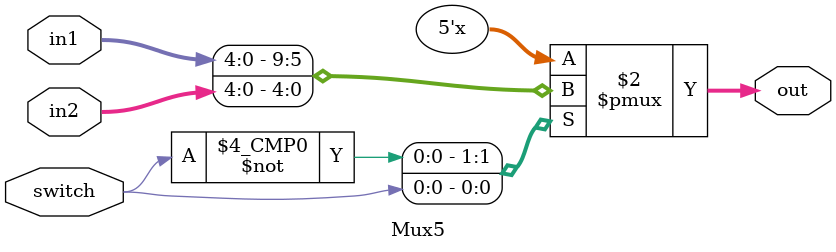
<source format=v>
module Mux5(in1, in2, switch,  out);
output reg [4:0] out;
input [4:0] in1, in2;
input switch;

always@(switch)
	begin
		case(switch)
		0: out=in1;
		1: out=in2;
		endcase
	end


endmodule 
</source>
